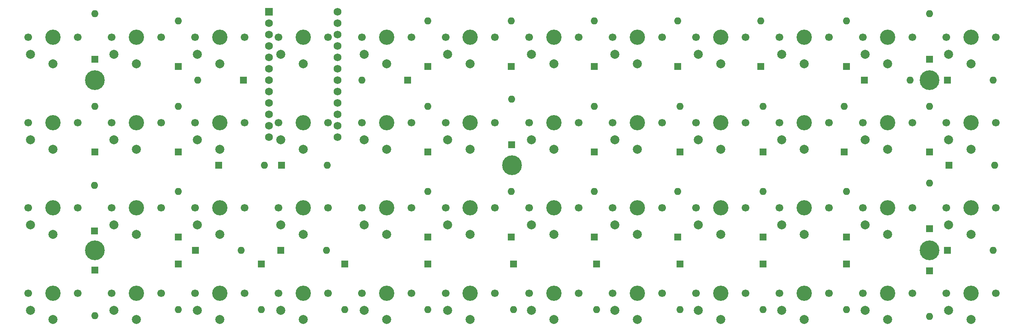
<source format=gbr>
G04 #@! TF.GenerationSoftware,KiCad,Pcbnew,5.1.9*
G04 #@! TF.CreationDate,2021-03-19T21:55:44-07:00*
G04 #@! TF.ProjectId,choc-40,63686f63-2d34-4302-9e6b-696361645f70,rev?*
G04 #@! TF.SameCoordinates,Original*
G04 #@! TF.FileFunction,Soldermask,Top*
G04 #@! TF.FilePolarity,Negative*
%FSLAX46Y46*%
G04 Gerber Fmt 4.6, Leading zero omitted, Abs format (unit mm)*
G04 Created by KiCad (PCBNEW 5.1.9) date 2021-03-19 21:55:44*
%MOMM*%
%LPD*%
G01*
G04 APERTURE LIST*
%ADD10C,1.700000*%
%ADD11C,2.000000*%
%ADD12C,3.400000*%
%ADD13C,0.700000*%
%ADD14C,4.400000*%
%ADD15O,1.600000X1.600000*%
%ADD16R,1.600000X1.600000*%
%ADD17C,1.752600*%
%ADD18R,1.752600X1.752600*%
G04 APERTURE END LIST*
D10*
X58831000Y-104202000D03*
X47831000Y-104202000D03*
D11*
X48331000Y-108002000D03*
X53331000Y-110102000D03*
D12*
X53331000Y-104202000D03*
D13*
X249272726Y-74535274D03*
X248106000Y-74052000D03*
X246939274Y-74535274D03*
X246456000Y-75702000D03*
X246939274Y-76868726D03*
X248106000Y-77352000D03*
X249272726Y-76868726D03*
X249756000Y-75702000D03*
D14*
X248106000Y-75702000D03*
X155356000Y-94702000D03*
D13*
X157006000Y-94702000D03*
X156522726Y-95868726D03*
X155356000Y-96352000D03*
X154189274Y-95868726D03*
X153706000Y-94702000D03*
X154189274Y-93535274D03*
X155356000Y-93052000D03*
X156522726Y-93535274D03*
X249272726Y-112535274D03*
X248106000Y-112052000D03*
X246939274Y-112535274D03*
X246456000Y-113702000D03*
X246939274Y-114868726D03*
X248106000Y-115352000D03*
X249272726Y-114868726D03*
X249756000Y-113702000D03*
D14*
X248106000Y-113702000D03*
D13*
X63772726Y-74535274D03*
X62606000Y-74052000D03*
X61439274Y-74535274D03*
X60956000Y-75702000D03*
X61439274Y-76868726D03*
X62606000Y-77352000D03*
X63772726Y-76868726D03*
X64256000Y-75702000D03*
D14*
X62606000Y-75702000D03*
D13*
X63772726Y-112535274D03*
X62606000Y-112052000D03*
X61439274Y-112535274D03*
X60956000Y-113702000D03*
X61439274Y-114868726D03*
X62606000Y-115352000D03*
X63772726Y-114868726D03*
X64256000Y-113702000D03*
D14*
X62606000Y-113702000D03*
D10*
X58831000Y-85202000D03*
X47831000Y-85202000D03*
D11*
X48331000Y-89002000D03*
X53331000Y-91102000D03*
D12*
X53331000Y-85202000D03*
D15*
X262316000Y-113702000D03*
D16*
X252156000Y-113702000D03*
D15*
X262656000Y-94702000D03*
D16*
X252496000Y-94702000D03*
D15*
X262316000Y-75702000D03*
D16*
X252156000Y-75702000D03*
D15*
X243816000Y-75702000D03*
D16*
X233656000Y-75702000D03*
D15*
X248156000Y-128362000D03*
D16*
X248156000Y-118202000D03*
D15*
X248156000Y-98642000D03*
D16*
X248156000Y-108802000D03*
D15*
X248156000Y-81542000D03*
D16*
X248156000Y-91702000D03*
D15*
X248156000Y-60942000D03*
D16*
X248156000Y-71102000D03*
D15*
X229656000Y-126862000D03*
D16*
X229656000Y-116702000D03*
D15*
X229656000Y-100542000D03*
D16*
X229656000Y-110702000D03*
D15*
X229156000Y-81542000D03*
D16*
X229156000Y-91702000D03*
D15*
X229656000Y-62542000D03*
D16*
X229656000Y-72702000D03*
D15*
X211156000Y-126862000D03*
D16*
X211156000Y-116702000D03*
D15*
X211156000Y-100542000D03*
D16*
X211156000Y-110702000D03*
D15*
X211156000Y-81542000D03*
D16*
X211156000Y-91702000D03*
D15*
X210656000Y-62542000D03*
D16*
X210656000Y-72702000D03*
D15*
X192656000Y-126862000D03*
D16*
X192656000Y-116702000D03*
D15*
X192156000Y-100542000D03*
D16*
X192156000Y-110702000D03*
D15*
X192656000Y-81542000D03*
D16*
X192656000Y-91702000D03*
D15*
X192156000Y-62542000D03*
D16*
X192156000Y-72702000D03*
D15*
X174156000Y-126862000D03*
D16*
X174156000Y-116702000D03*
D15*
X173656000Y-100542000D03*
D16*
X173656000Y-110702000D03*
D15*
X173656000Y-81542000D03*
D16*
X173656000Y-91702000D03*
D15*
X173656000Y-62542000D03*
D16*
X173656000Y-72702000D03*
D15*
X155656000Y-126862000D03*
D16*
X155656000Y-116702000D03*
D15*
X155156000Y-100542000D03*
D16*
X155156000Y-110702000D03*
D15*
X155256000Y-79942000D03*
D16*
X155256000Y-90102000D03*
D15*
X155156000Y-62542000D03*
D16*
X155156000Y-72702000D03*
D15*
X136656000Y-126862000D03*
D16*
X136656000Y-116702000D03*
D15*
X136656000Y-100542000D03*
D16*
X136656000Y-110702000D03*
D15*
X136656000Y-81542000D03*
D16*
X136656000Y-91702000D03*
D15*
X136656000Y-62542000D03*
D16*
X136656000Y-72702000D03*
D15*
X118156000Y-126862000D03*
D16*
X118156000Y-116702000D03*
D15*
X114156000Y-113702000D03*
D16*
X103996000Y-113702000D03*
D15*
X114316000Y-94702000D03*
D16*
X104156000Y-94702000D03*
D15*
X121996000Y-75702000D03*
D16*
X132156000Y-75702000D03*
D15*
X99656000Y-126862000D03*
D16*
X99656000Y-116702000D03*
D15*
X95156000Y-113702000D03*
D16*
X84996000Y-113702000D03*
D15*
X100316000Y-94702000D03*
D16*
X90156000Y-94702000D03*
D15*
X85496000Y-75702000D03*
D16*
X95656000Y-75702000D03*
D15*
X81156000Y-126862000D03*
D16*
X81156000Y-116702000D03*
D15*
X81156000Y-100542000D03*
D16*
X81156000Y-110702000D03*
D15*
X81156000Y-81542000D03*
D16*
X81156000Y-91702000D03*
D15*
X81156000Y-62542000D03*
D16*
X81156000Y-72702000D03*
D15*
X62656000Y-128262000D03*
D16*
X62656000Y-118102000D03*
D15*
X62556000Y-99142000D03*
D16*
X62556000Y-109302000D03*
D15*
X62656000Y-81542000D03*
D16*
X62656000Y-91702000D03*
D15*
X62656000Y-60942000D03*
D16*
X62656000Y-71102000D03*
D10*
X95931000Y-66202000D03*
X84931000Y-66202000D03*
D11*
X85431000Y-70002000D03*
X90431000Y-72102000D03*
D12*
X90431000Y-66202000D03*
D17*
X116605500Y-60512000D03*
X101365500Y-88452000D03*
X116605500Y-63052000D03*
X116605500Y-65592000D03*
X116605500Y-68132000D03*
X116605500Y-70672000D03*
X116605500Y-73212000D03*
X116605500Y-75752000D03*
X116605500Y-78292000D03*
X116605500Y-80832000D03*
X116605500Y-83372000D03*
X116605500Y-85912000D03*
X116605500Y-88452000D03*
X101365500Y-85912000D03*
X101365500Y-83372000D03*
X101365500Y-80832000D03*
X101365500Y-78292000D03*
X101365500Y-75752000D03*
X101365500Y-73212000D03*
X101365500Y-70672000D03*
X101365500Y-68132000D03*
X101365500Y-65592000D03*
X101365500Y-63052000D03*
D18*
X101365500Y-60512000D03*
D10*
X262881000Y-123202000D03*
X251881000Y-123202000D03*
D11*
X252381000Y-127002000D03*
X257381000Y-129102000D03*
D12*
X257381000Y-123202000D03*
D10*
X262881000Y-104202000D03*
X251881000Y-104202000D03*
D11*
X252381000Y-108002000D03*
X257381000Y-110102000D03*
D12*
X257381000Y-104202000D03*
D10*
X262881000Y-85202000D03*
X251881000Y-85202000D03*
D11*
X252381000Y-89002000D03*
X257381000Y-91102000D03*
D12*
X257381000Y-85202000D03*
D10*
X262881000Y-66202000D03*
X251881000Y-66202000D03*
D11*
X252381000Y-70002000D03*
X257381000Y-72102000D03*
D12*
X257381000Y-66202000D03*
D10*
X244331000Y-123202000D03*
X233331000Y-123202000D03*
D11*
X233831000Y-127002000D03*
X238831000Y-129102000D03*
D12*
X238831000Y-123202000D03*
D10*
X244331000Y-104202000D03*
X233331000Y-104202000D03*
D11*
X233831000Y-108002000D03*
X238831000Y-110102000D03*
D12*
X238831000Y-104202000D03*
D10*
X244331000Y-85202000D03*
X233331000Y-85202000D03*
D11*
X233831000Y-89002000D03*
X238831000Y-91102000D03*
D12*
X238831000Y-85202000D03*
D10*
X244331000Y-66202000D03*
X233331000Y-66202000D03*
D11*
X233831000Y-70002000D03*
X238831000Y-72102000D03*
D12*
X238831000Y-66202000D03*
D10*
X225781000Y-123202000D03*
X214781000Y-123202000D03*
D11*
X215281000Y-127002000D03*
X220281000Y-129102000D03*
D12*
X220281000Y-123202000D03*
D10*
X225781000Y-104202000D03*
X214781000Y-104202000D03*
D11*
X215281000Y-108002000D03*
X220281000Y-110102000D03*
D12*
X220281000Y-104202000D03*
D10*
X225781000Y-85202000D03*
X214781000Y-85202000D03*
D11*
X215281000Y-89002000D03*
X220281000Y-91102000D03*
D12*
X220281000Y-85202000D03*
D10*
X225781000Y-66202000D03*
X214781000Y-66202000D03*
D11*
X215281000Y-70002000D03*
X220281000Y-72102000D03*
D12*
X220281000Y-66202000D03*
D10*
X207231000Y-123202000D03*
X196231000Y-123202000D03*
D11*
X196731000Y-127002000D03*
X201731000Y-129102000D03*
D12*
X201731000Y-123202000D03*
D10*
X207231000Y-104202000D03*
X196231000Y-104202000D03*
D11*
X196731000Y-108002000D03*
X201731000Y-110102000D03*
D12*
X201731000Y-104202000D03*
D10*
X207231000Y-85202000D03*
X196231000Y-85202000D03*
D11*
X196731000Y-89002000D03*
X201731000Y-91102000D03*
D12*
X201731000Y-85202000D03*
D10*
X207231000Y-66202000D03*
X196231000Y-66202000D03*
D11*
X196731000Y-70002000D03*
X201731000Y-72102000D03*
D12*
X201731000Y-66202000D03*
D10*
X188681000Y-123202000D03*
X177681000Y-123202000D03*
D11*
X178181000Y-127002000D03*
X183181000Y-129102000D03*
D12*
X183181000Y-123202000D03*
D10*
X188681000Y-104202000D03*
X177681000Y-104202000D03*
D11*
X178181000Y-108002000D03*
X183181000Y-110102000D03*
D12*
X183181000Y-104202000D03*
D10*
X188681000Y-85202000D03*
X177681000Y-85202000D03*
D11*
X178181000Y-89002000D03*
X183181000Y-91102000D03*
D12*
X183181000Y-85202000D03*
D10*
X188681000Y-66202000D03*
X177681000Y-66202000D03*
D11*
X178181000Y-70002000D03*
X183181000Y-72102000D03*
D12*
X183181000Y-66202000D03*
D10*
X170131000Y-123202000D03*
X159131000Y-123202000D03*
D11*
X159631000Y-127002000D03*
X164631000Y-129102000D03*
D12*
X164631000Y-123202000D03*
D10*
X170131000Y-104202000D03*
X159131000Y-104202000D03*
D11*
X159631000Y-108002000D03*
X164631000Y-110102000D03*
D12*
X164631000Y-104202000D03*
D10*
X170131000Y-85202000D03*
X159131000Y-85202000D03*
D11*
X159631000Y-89002000D03*
X164631000Y-91102000D03*
D12*
X164631000Y-85202000D03*
D10*
X170131000Y-66202000D03*
X159131000Y-66202000D03*
D11*
X159631000Y-70002000D03*
X164631000Y-72102000D03*
D12*
X164631000Y-66202000D03*
D10*
X151581000Y-123202000D03*
X140581000Y-123202000D03*
D11*
X141081000Y-127002000D03*
X146081000Y-129102000D03*
D12*
X146081000Y-123202000D03*
D10*
X151581000Y-104202000D03*
X140581000Y-104202000D03*
D11*
X141081000Y-108002000D03*
X146081000Y-110102000D03*
D12*
X146081000Y-104202000D03*
D10*
X151581000Y-85202000D03*
X140581000Y-85202000D03*
D11*
X141081000Y-89002000D03*
X146081000Y-91102000D03*
D12*
X146081000Y-85202000D03*
D10*
X151581000Y-66202000D03*
X140581000Y-66202000D03*
D11*
X141081000Y-70002000D03*
X146081000Y-72102000D03*
D12*
X146081000Y-66202000D03*
D10*
X133031000Y-123202000D03*
X122031000Y-123202000D03*
D11*
X122531000Y-127002000D03*
X127531000Y-129102000D03*
D12*
X127531000Y-123202000D03*
D10*
X133031000Y-104202000D03*
X122031000Y-104202000D03*
D11*
X122531000Y-108002000D03*
X127531000Y-110102000D03*
D12*
X127531000Y-104202000D03*
D10*
X133031000Y-85202000D03*
X122031000Y-85202000D03*
D11*
X122531000Y-89002000D03*
X127531000Y-91102000D03*
D12*
X127531000Y-85202000D03*
D10*
X133031000Y-66202000D03*
X122031000Y-66202000D03*
D11*
X122531000Y-70002000D03*
X127531000Y-72102000D03*
D12*
X127531000Y-66202000D03*
D10*
X114481000Y-123202000D03*
X103481000Y-123202000D03*
D11*
X103981000Y-127002000D03*
X108981000Y-129102000D03*
D12*
X108981000Y-123202000D03*
D10*
X114481000Y-104202000D03*
X103481000Y-104202000D03*
D11*
X103981000Y-108002000D03*
X108981000Y-110102000D03*
D12*
X108981000Y-104202000D03*
D10*
X114481000Y-85202000D03*
X103481000Y-85202000D03*
D11*
X103981000Y-89002000D03*
X108981000Y-91102000D03*
D12*
X108981000Y-85202000D03*
D10*
X114481000Y-66202000D03*
X103481000Y-66202000D03*
D11*
X103981000Y-70002000D03*
X108981000Y-72102000D03*
D12*
X108981000Y-66202000D03*
D10*
X95931000Y-123202000D03*
X84931000Y-123202000D03*
D11*
X85431000Y-127002000D03*
X90431000Y-129102000D03*
D12*
X90431000Y-123202000D03*
D10*
X95931000Y-104202000D03*
X84931000Y-104202000D03*
D11*
X85431000Y-108002000D03*
X90431000Y-110102000D03*
D12*
X90431000Y-104202000D03*
D10*
X95931000Y-85202000D03*
X84931000Y-85202000D03*
D11*
X85431000Y-89002000D03*
X90431000Y-91102000D03*
D12*
X90431000Y-85202000D03*
D10*
X77381000Y-123202000D03*
X66381000Y-123202000D03*
D11*
X66881000Y-127002000D03*
X71881000Y-129102000D03*
D12*
X71881000Y-123202000D03*
D10*
X77381000Y-104202000D03*
X66381000Y-104202000D03*
D11*
X66881000Y-108002000D03*
X71881000Y-110102000D03*
D12*
X71881000Y-104202000D03*
D10*
X77381000Y-85202000D03*
X66381000Y-85202000D03*
D11*
X66881000Y-89002000D03*
X71881000Y-91102000D03*
D12*
X71881000Y-85202000D03*
D10*
X77381000Y-66202000D03*
X66381000Y-66202000D03*
D11*
X66881000Y-70002000D03*
X71881000Y-72102000D03*
D12*
X71881000Y-66202000D03*
D10*
X58831000Y-123202000D03*
X47831000Y-123202000D03*
D11*
X48331000Y-127002000D03*
X53331000Y-129102000D03*
D12*
X53331000Y-123202000D03*
D10*
X58831000Y-66202000D03*
X47831000Y-66202000D03*
D11*
X48331000Y-70002000D03*
X53331000Y-72102000D03*
D12*
X53331000Y-66202000D03*
M02*

</source>
